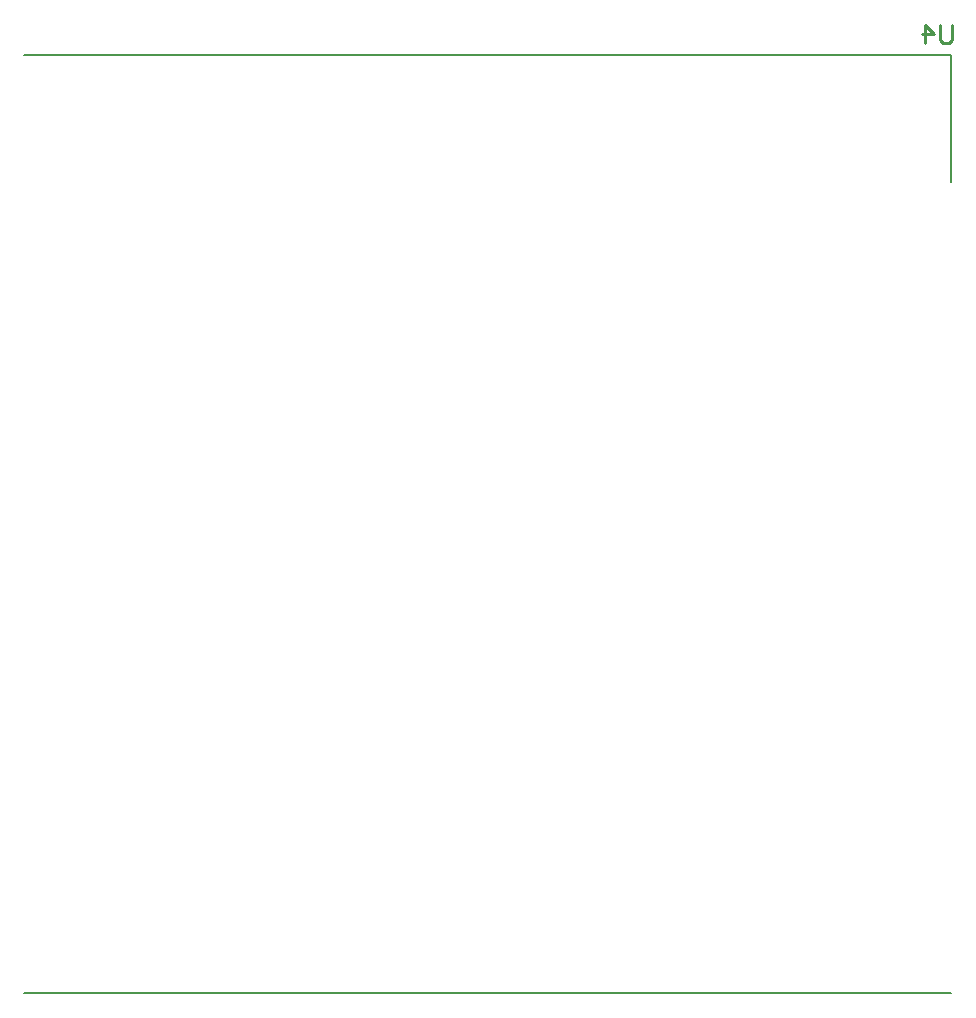
<source format=gbo>
G04*
G04 #@! TF.GenerationSoftware,Altium Limited,Altium Designer,22.2.1 (43)*
G04*
G04 Layer_Color=32896*
%FSLAX25Y25*%
%MOIN*%
G70*
G04*
G04 #@! TF.SameCoordinates,A16DD8FB-6A98-4827-84FE-9053A31DE0B6*
G04*
G04*
G04 #@! TF.FilePolarity,Positive*
G04*
G01*
G75*
%ADD10C,0.00787*%
%ADD14C,0.01000*%
D10*
X17543Y-327289D02*
X326520D01*
X17543Y-14927D02*
X326520D01*
Y-57131D02*
Y-14927D01*
D14*
X326650Y-4883D02*
Y-9882D01*
X325650Y-10881D01*
X323651D01*
X322651Y-9882D01*
Y-4883D01*
X317653Y-10881D02*
Y-4883D01*
X320652Y-7882D01*
X316653D01*
M02*

</source>
